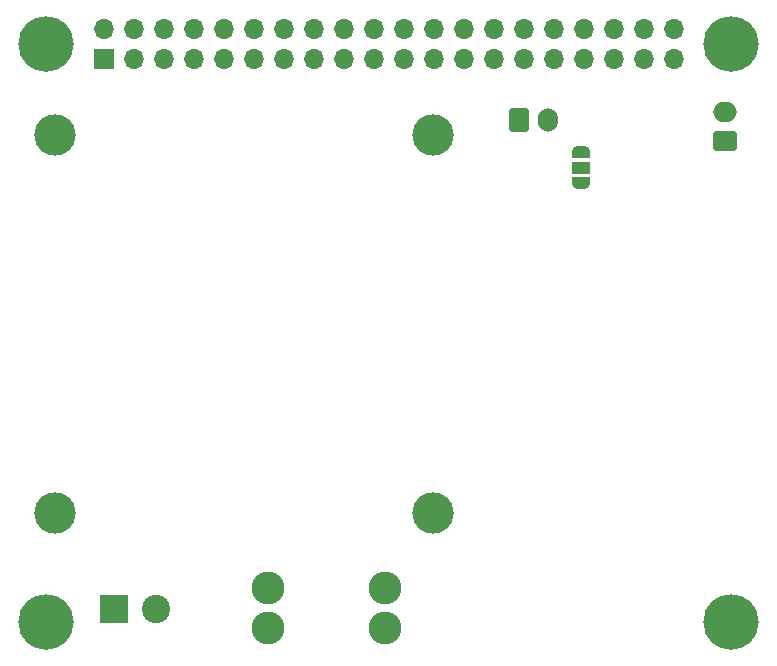
<source format=gbr>
%TF.GenerationSoftware,KiCad,Pcbnew,(6.0.4)*%
%TF.CreationDate,2022-05-11T18:11:56+01:00*%
%TF.ProjectId,PiPowerHAT,5069506f-7765-4724-9841-542e6b696361,rev?*%
%TF.SameCoordinates,Original*%
%TF.FileFunction,Soldermask,Bot*%
%TF.FilePolarity,Negative*%
%FSLAX46Y46*%
G04 Gerber Fmt 4.6, Leading zero omitted, Abs format (unit mm)*
G04 Created by KiCad (PCBNEW (6.0.4)) date 2022-05-11 18:11:56*
%MOMM*%
%LPD*%
G01*
G04 APERTURE LIST*
G04 Aperture macros list*
%AMRoundRect*
0 Rectangle with rounded corners*
0 $1 Rounding radius*
0 $2 $3 $4 $5 $6 $7 $8 $9 X,Y pos of 4 corners*
0 Add a 4 corners polygon primitive as box body*
4,1,4,$2,$3,$4,$5,$6,$7,$8,$9,$2,$3,0*
0 Add four circle primitives for the rounded corners*
1,1,$1+$1,$2,$3*
1,1,$1+$1,$4,$5*
1,1,$1+$1,$6,$7*
1,1,$1+$1,$8,$9*
0 Add four rect primitives between the rounded corners*
20,1,$1+$1,$2,$3,$4,$5,0*
20,1,$1+$1,$4,$5,$6,$7,0*
20,1,$1+$1,$6,$7,$8,$9,0*
20,1,$1+$1,$8,$9,$2,$3,0*%
%AMFreePoly0*
4,1,22,0.550000,-0.750000,0.000000,-0.750000,0.000000,-0.745033,-0.079941,-0.743568,-0.215256,-0.701293,-0.333266,-0.622738,-0.424486,-0.514219,-0.481581,-0.384460,-0.499164,-0.250000,-0.500000,-0.250000,-0.500000,0.250000,-0.499164,0.250000,-0.499963,0.256109,-0.478152,0.396186,-0.417904,0.524511,-0.324060,0.630769,-0.204165,0.706417,-0.067858,0.745374,0.000000,0.744959,0.000000,0.750000,
0.550000,0.750000,0.550000,-0.750000,0.550000,-0.750000,$1*%
%AMFreePoly1*
4,1,20,0.000000,0.744959,0.073905,0.744508,0.209726,0.703889,0.328688,0.626782,0.421226,0.519385,0.479903,0.390333,0.500000,0.250000,0.500000,-0.250000,0.499851,-0.262216,0.476331,-0.402017,0.414519,-0.529596,0.319384,-0.634700,0.198574,-0.708877,0.061801,-0.746166,0.000000,-0.745033,0.000000,-0.750000,-0.550000,-0.750000,-0.550000,0.750000,0.000000,0.750000,0.000000,0.744959,
0.000000,0.744959,$1*%
G04 Aperture macros list end*
%ADD10RoundRect,0.250000X0.750000X-0.600000X0.750000X0.600000X-0.750000X0.600000X-0.750000X-0.600000X0*%
%ADD11O,2.000000X1.700000*%
%ADD12C,4.700000*%
%ADD13R,2.400000X2.400000*%
%ADD14C,2.400000*%
%ADD15C,3.500000*%
%ADD16C,2.780000*%
%ADD17RoundRect,0.250000X-0.600000X-0.750000X0.600000X-0.750000X0.600000X0.750000X-0.600000X0.750000X0*%
%ADD18O,1.700000X2.000000*%
%ADD19R,1.700000X1.700000*%
%ADD20O,1.700000X1.700000*%
%ADD21FreePoly0,90.000000*%
%ADD22R,1.500000X1.000000*%
%ADD23FreePoly1,90.000000*%
G04 APERTURE END LIST*
D10*
%TO.C,J8*%
X146225000Y-65000000D03*
D11*
X146225000Y-62500000D03*
%TD*%
D12*
%TO.C,H2*%
X88750000Y-56750000D03*
%TD*%
D13*
%TO.C,J1*%
X94500000Y-104650000D03*
D14*
X98000000Y-104650000D03*
%TD*%
D15*
%TO.C,H5*%
X89500000Y-96500000D03*
%TD*%
D16*
%TO.C,F1*%
X107540000Y-102800000D03*
X107540000Y-106200000D03*
X117460000Y-106200000D03*
X117460000Y-102800000D03*
%TD*%
D17*
%TO.C,J3*%
X128750000Y-63250000D03*
D18*
X131250000Y-63250000D03*
%TD*%
D15*
%TO.C,H6*%
X121500000Y-64500000D03*
%TD*%
D12*
%TO.C,H3*%
X146750000Y-56750000D03*
%TD*%
D15*
%TO.C,H7*%
X89500000Y-64500000D03*
%TD*%
%TO.C,H8*%
X121500000Y-96500000D03*
%TD*%
D12*
%TO.C,H1*%
X146750000Y-105750000D03*
%TD*%
%TO.C,H4*%
X88750000Y-105750000D03*
%TD*%
D19*
%TO.C,J6*%
X93620000Y-58020000D03*
D20*
X93620000Y-55480000D03*
X96160000Y-58020000D03*
X96160000Y-55480000D03*
X98700000Y-58020000D03*
X98700000Y-55480000D03*
X101240000Y-58020000D03*
X101240000Y-55480000D03*
X103780000Y-58020000D03*
X103780000Y-55480000D03*
X106320000Y-58020000D03*
X106320000Y-55480000D03*
X108860000Y-58020000D03*
X108860000Y-55480000D03*
X111400000Y-58020000D03*
X111400000Y-55480000D03*
X113940000Y-58020000D03*
X113940000Y-55480000D03*
X116480000Y-58020000D03*
X116480000Y-55480000D03*
X119020000Y-58020000D03*
X119020000Y-55480000D03*
X121560000Y-58020000D03*
X121560000Y-55480000D03*
X124100000Y-58020000D03*
X124100000Y-55480000D03*
X126640000Y-58020000D03*
X126640000Y-55480000D03*
X129180000Y-58020000D03*
X129180000Y-55480000D03*
X131720000Y-58020000D03*
X131720000Y-55480000D03*
X134260000Y-58020000D03*
X134260000Y-55480000D03*
X136800000Y-58020000D03*
X136800000Y-55480000D03*
X139340000Y-58020000D03*
X139340000Y-55480000D03*
X141880000Y-58020000D03*
X141880000Y-55480000D03*
%TD*%
D21*
%TO.C,JP1*%
X134000000Y-68550000D03*
D22*
X134000000Y-67250000D03*
D23*
X134000000Y-65950000D03*
%TD*%
M02*

</source>
